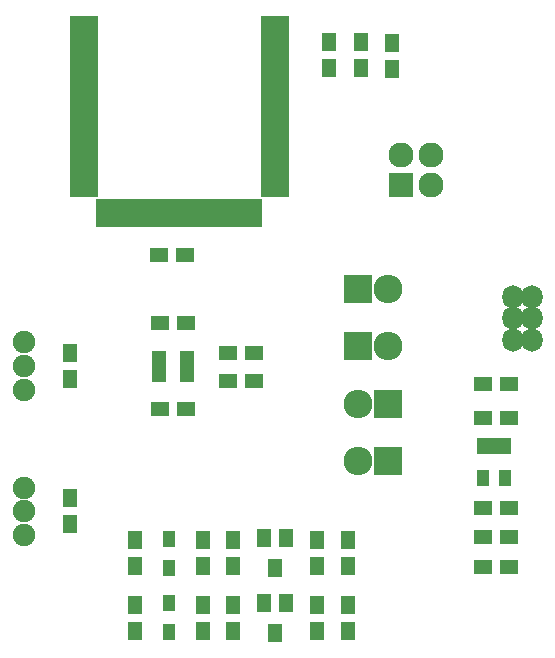
<source format=gbs>
G04 #@! TF.FileFunction,Soldermask,Bot*
%FSLAX46Y46*%
G04 Gerber Fmt 4.6, Leading zero omitted, Abs format (unit mm)*
G04 Created by KiCad (PCBNEW 4.0.0-rc1-stable) date 30.1.2017 12:24:42*
%MOMM*%
G01*
G04 APERTURE LIST*
%ADD10C,0.100000*%
%ADD11R,2.127200X2.127200*%
%ADD12O,2.127200X2.127200*%
%ADD13R,1.200000X0.750000*%
%ADD14C,1.900000*%
%ADD15R,1.400000X2.400000*%
%ADD16R,2.400000X1.400000*%
%ADD17R,1.000000X1.450000*%
%ADD18R,1.600000X1.300000*%
%ADD19R,1.300000X1.600000*%
%ADD20R,1.200100X1.650000*%
%ADD21O,1.800000X2.000000*%
%ADD22R,2.432000X2.432000*%
%ADD23O,2.432000X2.432000*%
%ADD24R,1.000000X1.400000*%
G04 APERTURE END LIST*
D10*
D11*
X79530000Y43760000D03*
D12*
X79530000Y46300000D03*
X82070000Y43760000D03*
X82070000Y46300000D03*
D13*
X59015000Y29415000D03*
X59015000Y28765000D03*
X59015000Y28115000D03*
X59015000Y27465000D03*
X61365000Y27465000D03*
X61365000Y28115000D03*
X61365000Y29415000D03*
X61365000Y28765000D03*
D14*
X47620000Y18170000D03*
X47620000Y16170000D03*
X47620000Y14170000D03*
D15*
X55640000Y41380000D03*
X56910000Y41380000D03*
X58180000Y41380000D03*
X59450000Y41380000D03*
X60720000Y41380000D03*
X61990000Y41380000D03*
X54370000Y41380000D03*
X63260000Y41380000D03*
X64530000Y41380000D03*
X65800000Y41380000D03*
X67070000Y41380000D03*
D16*
X52620000Y57400000D03*
X52620000Y56130000D03*
X52620000Y54860000D03*
X52620000Y53590000D03*
X52620000Y52320000D03*
X52620000Y51050000D03*
X52620000Y49780000D03*
X52620000Y48510000D03*
X52620000Y47240000D03*
X52620000Y45970000D03*
X52620000Y44700000D03*
X52620000Y43430000D03*
X68820000Y57400000D03*
X68820000Y56130000D03*
X68820000Y54860000D03*
X68820000Y53590000D03*
X68820000Y52320000D03*
X68820000Y51050000D03*
X68820000Y49780000D03*
X68820000Y48510000D03*
X68820000Y47240000D03*
X68820000Y45970000D03*
X68820000Y44700000D03*
X68820000Y43430000D03*
D17*
X88340000Y19000000D03*
X86440000Y19000000D03*
X86440000Y21700000D03*
X88340000Y21700000D03*
X87390000Y21700000D03*
D14*
X47620000Y30470000D03*
X47620000Y28470000D03*
X47620000Y26470000D03*
D18*
X64840000Y29590000D03*
X67040000Y29590000D03*
X67040000Y27180000D03*
X64840000Y27180000D03*
D19*
X65310000Y6060000D03*
X65310000Y8260000D03*
X65310000Y11490000D03*
X65310000Y13690000D03*
X75050000Y6040000D03*
X75050000Y8240000D03*
X75050000Y11500000D03*
X75050000Y13700000D03*
X57020000Y6060000D03*
X57020000Y8260000D03*
X57010000Y11500000D03*
X57010000Y13700000D03*
X73440000Y55860000D03*
X73440000Y53660000D03*
X78770000Y53620000D03*
X78770000Y55820000D03*
D20*
X67900000Y8390000D03*
X69800000Y8390000D03*
X68850000Y5890000D03*
X67880000Y13880000D03*
X69780000Y13880000D03*
X68830000Y11380000D03*
D21*
X88970000Y34330000D03*
X90570000Y34330000D03*
X90570000Y32500000D03*
X90570000Y30670000D03*
X88970000Y30670000D03*
X88970000Y32500000D03*
D22*
X78420000Y25240000D03*
D23*
X75880000Y25240000D03*
D22*
X78430000Y20400000D03*
D23*
X75890000Y20400000D03*
D22*
X75850000Y34960000D03*
D23*
X78390000Y34960000D03*
D22*
X75850000Y30130000D03*
D23*
X78390000Y30130000D03*
D19*
X72380000Y6040000D03*
X72380000Y8240000D03*
X72400000Y11490000D03*
X72400000Y13690000D03*
D24*
X59870000Y5910000D03*
X59870000Y8410000D03*
X59850000Y11350000D03*
X59850000Y13850000D03*
D19*
X76100000Y53660000D03*
X76100000Y55860000D03*
D18*
X59090000Y24790000D03*
X61290000Y24790000D03*
X59120000Y32130000D03*
X61320000Y32130000D03*
D19*
X62730000Y6060000D03*
X62730000Y8260000D03*
X62700000Y11500000D03*
X62700000Y13700000D03*
D18*
X86450000Y13970000D03*
X88650000Y13970000D03*
X86450000Y11470000D03*
X88650000Y11470000D03*
X88660000Y16450000D03*
X86460000Y16450000D03*
X61180000Y37870000D03*
X58980000Y37870000D03*
D19*
X51450000Y15060000D03*
X51450000Y17260000D03*
D18*
X86420000Y24080000D03*
X88620000Y24080000D03*
X86410000Y26920000D03*
X88610000Y26920000D03*
D19*
X51450000Y27340000D03*
X51450000Y29540000D03*
M02*

</source>
